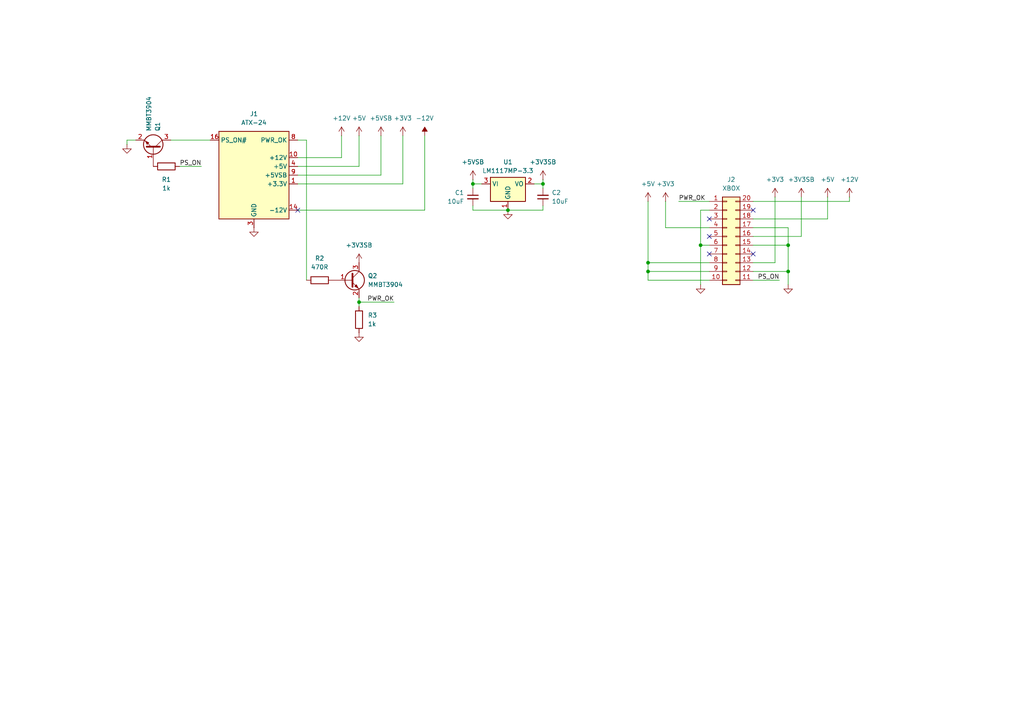
<source format=kicad_sch>
(kicad_sch (version 20231120) (generator "eeschema") (generator_version "8.0")
  (paper "A4")
  (lib_symbols
    (symbol "Connector:ATX-24"
      (property "Reference" "J" (at -8.89 13.97 0))
      (property "Value" "ATX-24" (at 6.35 13.97 0))
      (symbol "ATX-24_0_1"
        (rectangle (start -10.16 12.7) (end 10.16 -12.7) (stroke (width 0.254)) (fill (type background)))
      )
      (symbol "ATX-24_1_1"
        (pin power_out line (at 12.7 -2.54 180) (length 2.54) (name "+3.3V") (number "1"))
        (pin power_out line (at 12.7 5.08 180) (length 2.54) (name "+12V") (number "10"))
        (pin passive line (at 12.7 5.08 180) (length 2.54) hide (name "+12V") (number "11"))
        (pin passive line (at 12.7 -2.54 180) (length 2.54) hide (name "+3.3V") (number "12"))
        (pin passive line (at 12.7 -2.54 180) (length 2.54) hide (name "+3.3V") (number "13"))
        (pin power_out line (at 12.7 -10.16 180) (length 2.54) (name "-12V") (number "14"))
        (pin passive line (at 0 -15.24 90) (length 2.54) hide (name "GND") (number "15"))
        (pin open_collector line (at -12.7 10.16 0) (length 2.54) (name "PS_ON#") (number "16"))
        (pin passive line (at 0 -15.24 90) (length 2.54) hide (name "GND") (number "17"))
        (pin passive line (at 0 -15.24 90) (length 2.54) hide (name "GND") (number "18"))
        (pin passive line (at 0 -15.24 90) (length 2.54) hide (name "GND") (number "19"))
        (pin passive line (at 12.7 -2.54 180) (length 2.54) hide (name "+3.3V") (number "2"))
        (pin no_connect line (at -10.16 0 0) (length 2.54) hide (name "NC") (number "20"))
        (pin passive line (at 12.7 2.54 180) (length 2.54) hide (name "+5V") (number "21"))
        (pin passive line (at 12.7 2.54 180) (length 2.54) hide (name "+5V") (number "22"))
        (pin passive line (at 12.7 2.54 180) (length 2.54) hide (name "+5V") (number "23"))
        (pin passive line (at 0 -15.24 90) (length 2.54) hide (name "GND") (number "24"))
        (pin power_out line (at 0 -15.24 90) (length 2.54) (name "GND") (number "3"))
        (pin power_out line (at 12.7 2.54 180) (length 2.54) (name "+5V") (number "4"))
        (pin passive line (at 0 -15.24 90) (length 2.54) hide (name "GND") (number "5"))
        (pin passive line (at 12.7 2.54 180) (length 2.54) hide (name "+5V") (number "6"))
        (pin passive line (at 0 -15.24 90) (length 2.54) hide (name "GND") (number "7"))
        (pin output line (at 12.7 10.16 180) (length 2.54) (name "PWR_OK") (number "8"))
        (pin power_out line (at 12.7 0 180) (length 2.54) (name "+5VSB") (number "9"))
      )
    )
    (symbol "Connector_Generic:Conn_02x10_Counter_Clockwise" (pin_names (offset 1.016) hide)
      (property "Reference" "J" (at 1.27 12.7 0))
      (property "Value" "Conn_02x10_Counter_Clockwise" (at 1.27 -15.24 0))
      (symbol "Conn_02x10_Counter_Clockwise_1_1"
        (rectangle (start -1.27 -12.573) (end 0 -12.827) (stroke (width 0.1524)))
        (rectangle (start -1.27 -10.033) (end 0 -10.287) (stroke (width 0.1524)))
        (rectangle (start -1.27 -7.493) (end 0 -7.747) (stroke (width 0.1524)))
        (rectangle (start -1.27 -4.953) (end 0 -5.207) (stroke (width 0.1524)))
        (rectangle (start -1.27 -2.413) (end 0 -2.667) (stroke (width 0.1524)))
        (rectangle (start -1.27 0.127) (end 0 -0.127) (stroke (width 0.1524)))
        (rectangle (start -1.27 2.667) (end 0 2.413) (stroke (width 0.1524)))
        (rectangle (start -1.27 5.207) (end 0 4.953) (stroke (width 0.1524)))
        (rectangle (start -1.27 7.747) (end 0 7.493) (stroke (width 0.1524)))
        (rectangle (start -1.27 10.287) (end 0 10.033) (stroke (width 0.1524)))
        (rectangle (start -1.27 11.43) (end 3.81 -13.97) (stroke (width 0.254)) (fill (type background)))
        (rectangle (start 3.81 -12.573) (end 2.54 -12.827) (stroke (width 0.1524)))
        (rectangle (start 3.81 -10.033) (end 2.54 -10.287) (stroke (width 0.1524)))
        (rectangle (start 3.81 -7.493) (end 2.54 -7.747) (stroke (width 0.1524)))
        (rectangle (start 3.81 -4.953) (end 2.54 -5.207) (stroke (width 0.1524)))
        (rectangle (start 3.81 -2.413) (end 2.54 -2.667) (stroke (width 0.1524)))
        (rectangle (start 3.81 0.127) (end 2.54 -0.127) (stroke (width 0.1524)))
        (rectangle (start 3.81 2.667) (end 2.54 2.413) (stroke (width 0.1524)))
        (rectangle (start 3.81 5.207) (end 2.54 4.953) (stroke (width 0.1524)))
        (rectangle (start 3.81 7.747) (end 2.54 7.493) (stroke (width 0.1524)))
        (rectangle (start 3.81 10.287) (end 2.54 10.033) (stroke (width 0.1524)))
        (pin passive line (at -5.08 10.16 0) (length 3.81) (name "Pin_1") (number "1"))
        (pin passive line (at -5.08 -12.7 0) (length 3.81) (name "Pin_10") (number "10"))
        (pin passive line (at 7.62 -12.7 180) (length 3.81) (name "Pin_11") (number "11"))
        (pin passive line (at 7.62 -10.16 180) (length 3.81) (name "Pin_12") (number "12"))
        (pin passive line (at 7.62 -7.62 180) (length 3.81) (name "Pin_13") (number "13"))
        (pin passive line (at 7.62 -5.08 180) (length 3.81) (name "Pin_14") (number "14"))
        (pin passive line (at 7.62 -2.54 180) (length 3.81) (name "Pin_15") (number "15"))
        (pin passive line (at 7.62 0 180) (length 3.81) (name "Pin_16") (number "16"))
        (pin passive line (at 7.62 2.54 180) (length 3.81) (name "Pin_17") (number "17"))
        (pin passive line (at 7.62 5.08 180) (length 3.81) (name "Pin_18") (number "18"))
        (pin passive line (at 7.62 7.62 180) (length 3.81) (name "Pin_19") (number "19"))
        (pin passive line (at -5.08 7.62 0) (length 3.81) (name "Pin_2") (number "2"))
        (pin passive line (at 7.62 10.16 180) (length 3.81) (name "Pin_20") (number "20"))
        (pin passive line (at -5.08 5.08 0) (length 3.81) (name "Pin_3") (number "3"))
        (pin passive line (at -5.08 2.54 0) (length 3.81) (name "Pin_4") (number "4"))
        (pin passive line (at -5.08 0 0) (length 3.81) (name "Pin_5") (number "5"))
        (pin passive line (at -5.08 -2.54 0) (length 3.81) (name "Pin_6") (number "6"))
        (pin passive line (at -5.08 -5.08 0) (length 3.81) (name "Pin_7") (number "7"))
        (pin passive line (at -5.08 -7.62 0) (length 3.81) (name "Pin_8") (number "8"))
        (pin passive line (at -5.08 -10.16 0) (length 3.81) (name "Pin_9") (number "9"))
      )
    )
    (symbol "Device:C_Small" (pin_numbers hide) (pin_names (offset 0.254) hide)
      (property "Reference" "C" (at 0.254 1.778 0))
      (property "Value" "C_Small" (at 0.254 -2.032 0))
      (symbol "C_Small_0_1"
        (polyline (pts (xy -1.524 -0.508) (xy 1.524 -0.508)) (stroke (width 0.3302)))
        (polyline (pts (xy -1.524 0.508) (xy 1.524 0.508)) (stroke (width 0.3048)))
      )
      (symbol "C_Small_1_1"
        (pin passive line (at 0 2.54 270) (length 2.032) (name "~") (number "1"))
        (pin passive line (at 0 -2.54 90) (length 2.032) (name "~") (number "2"))
      )
    )
    (symbol "Device:R" (pin_numbers hide) (pin_names (offset 0))
      (property "Reference" "R" (at 2.032 0 90))
      (property "Value" "R" (at 0 0 90))
      (symbol "R_0_1"
        (rectangle (start -1.016 -2.54) (end 1.016 2.54) (stroke (width 0.254)))
      )
      (symbol "R_1_1"
        (pin passive line (at 0 3.81 270) (length 1.27) (name "~") (number "1"))
        (pin passive line (at 0 -3.81 90) (length 1.27) (name "~") (number "2"))
      )
    )
    (symbol "Regulator_Linear:LM1117MP-3.3"
      (property "Reference" "U" (at -3.81 3.175 0))
      (property "Value" "LM1117MP-3.3" (at 0 3.175 0))
      (symbol "LM1117MP-3.3_0_1"
        (rectangle (start -5.08 -5.08) (end 5.08 1.905) (stroke (width 0.254)) (fill (type background)))
      )
      (symbol "LM1117MP-3.3_1_1"
        (pin power_in line (at 0 -7.62 90) (length 2.54) (name "GND") (number "1"))
        (pin power_out line (at 7.62 0 180) (length 2.54) (name "VO") (number "2"))
        (pin power_in line (at -7.62 0 0) (length 2.54) (name "VI") (number "3"))
      )
    )
    (symbol "Transistor_BJT:MMBT3904" (pin_names (offset 0) hide)
      (property "Reference" "Q" (at 5.08 1.905 0))
      (property "Value" "MMBT3904" (at 5.08 0 0))
      (symbol "MMBT3904_0_1"
        (polyline (pts (xy 0.635 0.635) (xy 2.54 2.54)))
        (polyline (pts (xy 0.635 -0.635) (xy 2.54 -2.54) (xy 2.54 -2.54)))
        (polyline (pts (xy 0.635 1.905) (xy 0.635 -1.905) (xy 0.635 -1.905)) (stroke (width 0.508)))
        (polyline (pts (xy 1.27 -1.778) (xy 1.778 -1.27) (xy 2.286 -2.286) (xy 1.27 -1.778) (xy 1.27 -1.778)) (fill (type outline)))
        (circle (center 1.27 0) (radius 2.8194) (stroke (width 0.254)))
      )
      (symbol "MMBT3904_1_1"
        (pin input line (at -5.08 0 0) (length 5.715) (name "B") (number "1"))
        (pin passive line (at 2.54 -5.08 90) (length 2.54) (name "E") (number "2"))
        (pin passive line (at 2.54 5.08 270) (length 2.54) (name "C") (number "3"))
      )
    )
    (symbol "power:+12V" (power) (pin_numbers hide) (pin_names (offset 0) hide)
      (property "Value" "+12V" (at 0 3.556 0))
      (symbol "+12V_0_1"
        (polyline (pts (xy -0.762 1.27) (xy 0 2.54)))
        (polyline (pts (xy 0 0) (xy 0 2.54)))
        (polyline (pts (xy 0 2.54) (xy 0.762 1.27)))
      )
      (symbol "+12V_1_1"
        (pin power_in line (at 0 0 90) (length 0) (name "~") (number "1"))
      )
    )
    (symbol "power:+3V3" (power) (pin_numbers hide) (pin_names (offset 0) hide)
      (property "Value" "+3V3" (at 0 3.556 0))
      (symbol "+3V3_0_1"
        (polyline (pts (xy -0.762 1.27) (xy 0 2.54)))
        (polyline (pts (xy 0 0) (xy 0 2.54)))
        (polyline (pts (xy 0 2.54) (xy 0.762 1.27)))
      )
      (symbol "+3V3_1_1"
        (pin power_in line (at 0 0 90) (length 0) (name "~") (number "1"))
      )
    )
    (symbol "power:+5V" (power) (pin_numbers hide) (pin_names (offset 0) hide)
      (property "Value" "+5V" (at 0 3.556 0))
      (symbol "+5V_0_1"
        (polyline (pts (xy -0.762 1.27) (xy 0 2.54)))
        (polyline (pts (xy 0 0) (xy 0 2.54)))
        (polyline (pts (xy 0 2.54) (xy 0.762 1.27)))
      )
      (symbol "+5V_1_1"
        (pin power_in line (at 0 0 90) (length 0) (name "~") (number "1"))
      )
    )
    (symbol "power:-12V" (power) (pin_numbers hide) (pin_names (offset 0) hide)
      (property "Value" "-12V" (at 0 3.556 0))
      (symbol "-12V_0_0"
        (pin power_in line (at 0 0 90) (length 0) (name "~") (number "1"))
      )
      (symbol "-12V_0_1"
        (polyline (pts (xy 0 0) (xy 0 1.27) (xy 0.762 1.27) (xy 0 2.54) (xy -0.762 1.27) (xy 0 1.27)) (fill (type outline)))
      )
    )
    (symbol "power:GND" (power) (pin_numbers hide) (pin_names (offset 0) hide)
      (property "Value" "GND" (at 0 -3.81 0))
      (symbol "GND_0_1"
        (polyline (pts (xy 0 0) (xy 0 -1.27) (xy 1.27 -1.27) (xy 0 -2.54) (xy -1.27 -1.27) (xy 0 -1.27)))
      )
      (symbol "GND_1_1"
        (pin power_in line (at 0 0 270) (length 0) (name "~") (number "1"))
      )
    )
  )
  (junction (at 147.32 60.96))
  (junction (at 228.6 71.12))
  (junction (at 187.96 76.2))
  (junction (at 187.96 78.74))
  (junction (at 203.2 71.12))
  (junction (at 104.14 87.63))
  (junction (at 157.48 53.34))
  (junction (at 137.16 53.34))
  (junction (at 228.6 78.74))
  (no_connect (at 218.44 60.96))
  (no_connect (at 205.74 73.66))
  (no_connect (at 86.36 60.96))
  (no_connect (at 205.74 68.58))
  (no_connect (at 205.74 63.5))
  (no_connect (at 218.44 73.66))
  (wire (pts (xy 240.03 57.15) (xy 240.03 63.5)))
  (wire (pts (xy 187.96 81.28) (xy 187.96 78.74)))
  (wire (pts (xy 205.74 60.96) (xy 203.2 60.96)))
  (wire (pts (xy 49.53 40.64) (xy 60.96 40.64)))
  (wire (pts (xy 224.79 76.2) (xy 218.44 76.2)))
  (wire (pts (xy 137.16 52.07) (xy 137.16 53.34)))
  (wire (pts (xy 246.38 58.42) (xy 218.44 58.42)))
  (wire (pts (xy 224.79 57.15) (xy 224.79 76.2)))
  (wire (pts (xy 196.85 58.42) (xy 205.74 58.42)))
  (wire (pts (xy 205.74 81.28) (xy 187.96 81.28)))
  (wire (pts (xy 116.84 39.37) (xy 116.84 53.34)))
  (wire (pts (xy 203.2 71.12) (xy 203.2 82.55)))
  (wire (pts (xy 205.74 66.04) (xy 193.04 66.04)))
  (wire (pts (xy 218.44 71.12) (xy 228.6 71.12)))
  (wire (pts (xy 228.6 66.04) (xy 228.6 71.12)))
  (wire (pts (xy 36.83 40.64) (xy 39.37 40.64)))
  (wire (pts (xy 157.48 60.96) (xy 147.32 60.96)))
  (wire (pts (xy 137.16 60.96) (xy 147.32 60.96)))
  (wire (pts (xy 218.44 66.04) (xy 228.6 66.04)))
  (wire (pts (xy 137.16 54.61) (xy 137.16 53.34)))
  (wire (pts (xy 228.6 71.12) (xy 228.6 78.74)))
  (wire (pts (xy 52.07 48.26) (xy 58.42 48.26)))
  (wire (pts (xy 104.14 88.9) (xy 104.14 87.63)))
  (wire (pts (xy 232.41 68.58) (xy 218.44 68.58)))
  (wire (pts (xy 116.84 53.34) (xy 86.36 53.34)))
  (wire (pts (xy 218.44 81.28) (xy 226.06 81.28)))
  (wire (pts (xy 99.06 45.72) (xy 86.36 45.72)))
  (wire (pts (xy 110.49 50.8) (xy 86.36 50.8)))
  (wire (pts (xy 123.19 39.37) (xy 123.19 60.96)))
  (wire (pts (xy 154.94 53.34) (xy 157.48 53.34)))
  (wire (pts (xy 104.14 48.26) (xy 86.36 48.26)))
  (wire (pts (xy 187.96 76.2) (xy 205.74 76.2)))
  (wire (pts (xy 157.48 59.69) (xy 157.48 60.96)))
  (wire (pts (xy 187.96 76.2) (xy 187.96 78.74)))
  (wire (pts (xy 157.48 54.61) (xy 157.48 53.34)))
  (wire (pts (xy 104.14 87.63) (xy 104.14 86.36)))
  (wire (pts (xy 240.03 63.5) (xy 218.44 63.5)))
  (wire (pts (xy 137.16 53.34) (xy 139.7 53.34)))
  (wire (pts (xy 203.2 71.12) (xy 205.74 71.12)))
  (wire (pts (xy 228.6 82.55) (xy 228.6 78.74)))
  (wire (pts (xy 157.48 52.07) (xy 157.48 53.34)))
  (wire (pts (xy 104.14 39.37) (xy 104.14 48.26)))
  (wire (pts (xy 187.96 58.42) (xy 187.96 76.2)))
  (wire (pts (xy 123.19 60.96) (xy 86.36 60.96)))
  (wire (pts (xy 187.96 78.74) (xy 205.74 78.74)))
  (wire (pts (xy 36.83 41.91) (xy 36.83 40.64)))
  (wire (pts (xy 110.49 39.37) (xy 110.49 50.8)))
  (wire (pts (xy 203.2 60.96) (xy 203.2 71.12)))
  (wire (pts (xy 232.41 57.15) (xy 232.41 68.58)))
  (wire (pts (xy 99.06 39.37) (xy 99.06 45.72)))
  (wire (pts (xy 246.38 57.15) (xy 246.38 58.42)))
  (wire (pts (xy 88.9 40.64) (xy 88.9 81.28)))
  (wire (pts (xy 137.16 59.69) (xy 137.16 60.96)))
  (wire (pts (xy 104.14 87.63) (xy 114.3 87.63)))
  (wire (pts (xy 228.6 78.74) (xy 218.44 78.74)))
  (wire (pts (xy 86.36 40.64) (xy 88.9 40.64)))
  (wire (pts (xy 193.04 66.04) (xy 193.04 58.42)))
  (label "PS_ON" (at 58.42 48.26 180))
  (label "PWR_OK" (at 114.3 87.63 180))
  (label "PWR_OK" (at 196.85 58.42 0))
  (label "PS_ON" (at 226.06 81.28 180))
  (symbol (lib_id "power:GND") (at 73.66 66.04 0) (unit 1)
    (property "Reference" "#PWR016" (effects (hide yes)))
    (property "Value" "GND" (effects (hide yes)))
    (property "Description" "Power symbol creates a global label with name \"GND\" , ground" (effects (hide yes)))
  )
  (symbol (lib_id "Transistor_BJT:MMBT3904") (at 44.45 43.18 270) (mirror x) (unit 1)
    (property "Reference" "Q1" (at 45.7201 38.1 0) (effects (justify left)))
    (property "Value" "MMBT3904" (at 43.1801 38.1 0) (effects (justify left)))
    (property "Footprint" "Package_TO_SOT_SMD:SOT-23" (effects (hide yes)))
    (property "Datasheet" "https://www.onsemi.com/pdf/datasheet/pzt3904-d.pdf" (effects (hide yes)))
    (property "Description" "0.2A Ic, 40V Vce, Small Signal NPN Transistor, SOT-23" (effects (hide yes)))
  )
  (symbol (lib_id "Regulator_Linear:LM1117MP-3.3") (at 147.32 53.34 0) (unit 1)
    (property "Reference" "U1" (at 147.32 46.99 0))
    (property "Value" "LM1117MP-3.3" (at 147.32 49.53 0))
    (property "Footprint" "Package_TO_SOT_SMD:SOT-223-3_TabPin2" (effects (hide yes)))
    (property "Datasheet" "http://www.ti.com/lit/ds/symlink/lm1117.pdf" (effects (hide yes)))
    (property "Description" "800mA Low-Dropout Linear Regulator, 3.3V fixed output, SOT-223" (effects (hide yes)))
  )
  (symbol (lib_id "power:+3V3") (at 157.48 52.07 0) (unit 1)
    (property "Reference" "#PWR08" (effects (hide yes)))
    (property "Value" "+3V3SB" (at 157.48 46.99 0))
    (property "Description" "Power symbol creates a global label with name \"+3V3\"" (effects (hide yes)))
  )
  (symbol (lib_id "power:+5V") (at 240.03 57.15 0) (unit 1)
    (property "Reference" "#PWR011" (effects (hide yes)))
    (property "Value" "+5V" (at 240.03 52.07 0))
    (property "Description" "Power symbol creates a global label with name \"+5V\"" (effects (hide yes)))
  )
  (symbol (lib_id "power:GND") (at 147.32 60.96 0) (unit 1)
    (property "Reference" "#PWR015" (effects (hide yes)))
    (property "Value" "GND" (effects (hide yes)))
    (property "Description" "Power symbol creates a global label with name \"GND\" , ground" (effects (hide yes)))
  )
  (symbol (lib_id "power:+12V") (at 246.38 57.15 0) (unit 1)
    (property "Reference" "#PWR012" (effects (hide yes)))
    (property "Value" "+12V" (at 246.38 52.07 0))
    (property "Description" "Power symbol creates a global label with name \"+12V\"" (effects (hide yes)))
  )
  (symbol (lib_id "power:GND") (at 228.6 82.55 0) (unit 1)
    (property "Reference" "#PWR018" (effects (hide yes)))
    (property "Value" "GND" (effects (hide yes)))
    (property "Description" "Power symbol creates a global label with name \"GND\" , ground" (effects (hide yes)))
  )
  (symbol (lib_id "power:+5V") (at 187.96 58.42 0) (unit 1)
    (property "Reference" "#PWR013" (effects (hide yes)))
    (property "Value" "+5V" (at 187.96 53.34 0))
    (property "Description" "Power symbol creates a global label with name \"+5V\"" (effects (hide yes)))
  )
  (symbol (lib_id "power:+3V3") (at 104.14 76.2 0) (unit 1)
    (property "Reference" "#PWR019" (effects (hide yes)))
    (property "Value" "+3V3SB" (at 104.14 71.12 0))
    (property "Description" "Power symbol creates a global label with name \"+3V3\"" (effects (hide yes)))
  )
  (symbol (lib_id "power:GND") (at 36.83 41.91 0) (unit 1)
    (property "Reference" "#PWR06" (effects (hide yes)))
    (property "Value" "GND" (effects (hide yes)))
    (property "Description" "Power symbol creates a global label with name \"GND\" , ground" (effects (hide yes)))
  )
  (symbol (lib_id "power:+12V") (at 99.06 39.37 0) (unit 1)
    (property "Reference" "#PWR01" (effects (hide yes)))
    (property "Value" "+12V" (at 99.06 34.29 0))
    (property "Description" "Power symbol creates a global label with name \"+12V\"" (effects (hide yes)))
  )
  (symbol (lib_id "Device:C_Small") (at 157.48 57.15 180) (unit 1)
    (property "Reference" "C2" (at 160.02 55.8735 0) (effects (justify right)))
    (property "Value" "10uF" (at 160.02 58.4135 0) (effects (justify right)))
    (property "Footprint" "Capacitor_SMD:C_0805_2012Metric" (effects (hide yes)))
    (property "Description" "Unpolarized capacitor, small symbol" (effects (hide yes)))
  )
  (symbol (lib_id "power:+3V3") (at 224.79 57.15 0) (unit 1)
    (property "Reference" "#PWR09" (effects (hide yes)))
    (property "Value" "+3V3" (at 224.79 52.07 0))
    (property "Description" "Power symbol creates a global label with name \"+3V3\"" (effects (hide yes)))
  )
  (symbol (lib_id "power:+3V3") (at 232.41 57.15 0) (unit 1)
    (property "Reference" "#PWR010" (effects (hide yes)))
    (property "Value" "+3V3SB" (at 232.41 52.07 0))
    (property "Description" "Power symbol creates a global label with name \"+3V3\"" (effects (hide yes)))
  )
  (symbol (lib_id "power:+5V") (at 137.16 52.07 0) (unit 1)
    (property "Reference" "#PWR07" (effects (hide yes)))
    (property "Value" "+5VSB" (at 137.16 46.99 0))
    (property "Description" "Power symbol creates a global label with name \"+5V\"" (effects (hide yes)))
  )
  (symbol (lib_id "power:GND") (at 203.2 82.55 0) (unit 1)
    (property "Reference" "#PWR017" (effects (hide yes)))
    (property "Value" "GND" (effects (hide yes)))
    (property "Description" "Power symbol creates a global label with name \"GND\" , ground" (effects (hide yes)))
  )
  (symbol (lib_id "Device:R") (at 48.26 48.26 270) (unit 1)
    (property "Reference" "R1" (at 48.26 52.07 90))
    (property "Value" "1k" (at 48.26 54.61 90))
    (property "Footprint" "Resistor_SMD:R_0603_1608Metric" (effects (hide yes)))
    (property "Description" "Resistor" (effects (hide yes)))
  )
  (symbol (lib_id "power:-12V") (at 123.19 39.37 0) (unit 1)
    (property "Reference" "#PWR05" (effects (hide yes)))
    (property "Value" "-12V" (at 123.19 34.29 0))
    (property "Description" "Power symbol creates a global label with name \"-12V\"" (effects (hide yes)))
  )
  (symbol (lib_id "Device:R") (at 92.71 81.28 90) (unit 1)
    (property "Reference" "R2" (at 92.71 74.93 90))
    (property "Value" "470R" (at 92.71 77.47 90))
    (property "Footprint" "Resistor_SMD:R_0603_1608Metric" (effects (hide yes)))
    (property "Description" "Resistor" (effects (hide yes)))
  )
  (symbol (lib_id "Transistor_BJT:MMBT3904") (at 101.6 81.28 0) (unit 1)
    (property "Reference" "Q2" (at 106.68 80.0099 0) (effects (justify left)))
    (property "Value" "MMBT3904" (at 106.68 82.5499 0) (effects (justify left)))
    (property "Footprint" "Package_TO_SOT_SMD:SOT-23" (effects (hide yes)))
    (property "Datasheet" "https://www.onsemi.com/pdf/datasheet/pzt3904-d.pdf" (effects (hide yes)))
    (property "Description" "0.2A Ic, 40V Vce, Small Signal NPN Transistor, SOT-23" (effects (hide yes)))
  )
  (symbol (lib_id "Device:R") (at 104.14 92.71 180) (unit 1)
    (property "Reference" "R3" (at 106.68 91.4399 0) (effects (justify right)))
    (property "Value" "1k" (at 106.68 93.9799 0) (effects (justify right)))
    (property "Footprint" "Resistor_SMD:R_0603_1608Metric" (effects (hide yes)))
    (property "Description" "Resistor" (effects (hide yes)))
  )
  (symbol (lib_id "power:+3V3") (at 193.04 58.42 0) (unit 1)
    (property "Reference" "#PWR014" (effects (hide yes)))
    (property "Value" "+3V3" (at 193.04 53.34 0))
    (property "Description" "Power symbol creates a global label with name \"+3V3\"" (effects (hide yes)))
  )
  (symbol (lib_id "power:+3V3") (at 116.84 39.37 0) (unit 1)
    (property "Reference" "#PWR04" (effects (hide yes)))
    (property "Value" "+3V3" (at 116.84 34.29 0))
    (property "Description" "Power symbol creates a global label with name \"+3V3\"" (effects (hide yes)))
  )
  (symbol (lib_id "power:GND") (at 104.14 96.52 0) (unit 1)
    (property "Reference" "#PWR020" (effects (hide yes)))
    (property "Value" "GND" (effects (hide yes)))
    (property "Description" "Power symbol creates a global label with name \"GND\" , ground" (effects (hide yes)))
  )
  (symbol (lib_id "Connector:ATX-24") (at 73.66 50.8 0) (unit 1)
    (property "Reference" "J1" (at 73.66 33.02 0))
    (property "Value" "ATX-24" (at 73.66 35.56 0))
    (property "Footprint" "Connector_Molex:Molex_Mini-Fit_Jr_5566-24A_2x12_P4.20mm_Vertical" (effects (hide yes)))
    (property "Datasheet" "https://www.intel.com/content/dam/www/public/us/en/documents/guides/power-supply-design-guide-june.pdf#page=33" (effects (hide yes)))
    (property "Description" "ATX Power supply 24pins" (effects (hide yes)))
  )
  (symbol (lib_id "Connector_Generic:Conn_02x10_Counter_Clockwise") (at 210.82 68.58 0) (unit 1)
    (property "Reference" "J2" (at 212.09 52.07 0))
    (property "Value" "XBOX" (at 212.09 54.61 0))
    (property "Footprint" "Connector_Molex:Molex_Mini-Fit_Jr_5566-20A_2x10_P4.20mm_Vertical" (effects (hide yes)))
    (property "Description" "Generic connector, double row, 02x10, counter clockwise pin numbering scheme (similar to DIP package numbering), script generated (kicad-library-utils/schlib/autogen/connector/)" (effects (hide yes)))
  )
  (symbol (lib_id "power:+5V") (at 110.49 39.37 0) (unit 1)
    (property "Reference" "#PWR03" (effects (hide yes)))
    (property "Value" "+5VSB" (at 110.49 34.29 0))
    (property "Description" "Power symbol creates a global label with name \"+5V\"" (effects (hide yes)))
  )
  (symbol (lib_id "power:+5V") (at 104.14 39.37 0) (unit 1)
    (property "Reference" "#PWR02" (effects (hide yes)))
    (property "Value" "+5V" (at 104.14 34.29 0))
    (property "Description" "Power symbol creates a global label with name \"+5V\"" (effects (hide yes)))
  )
  (symbol (lib_id "Device:C_Small") (at 137.16 57.15 0) (unit 1)
    (property "Reference" "C1" (at 134.62 55.8862 0) (effects (justify right)))
    (property "Value" "10uF" (at 134.62 58.4262 0) (effects (justify right)))
    (property "Footprint" "Capacitor_SMD:C_0805_2012Metric" (effects (hide yes)))
    (property "Description" "Unpolarized capacitor, small symbol" (effects (hide yes)))
  )
)
</source>
